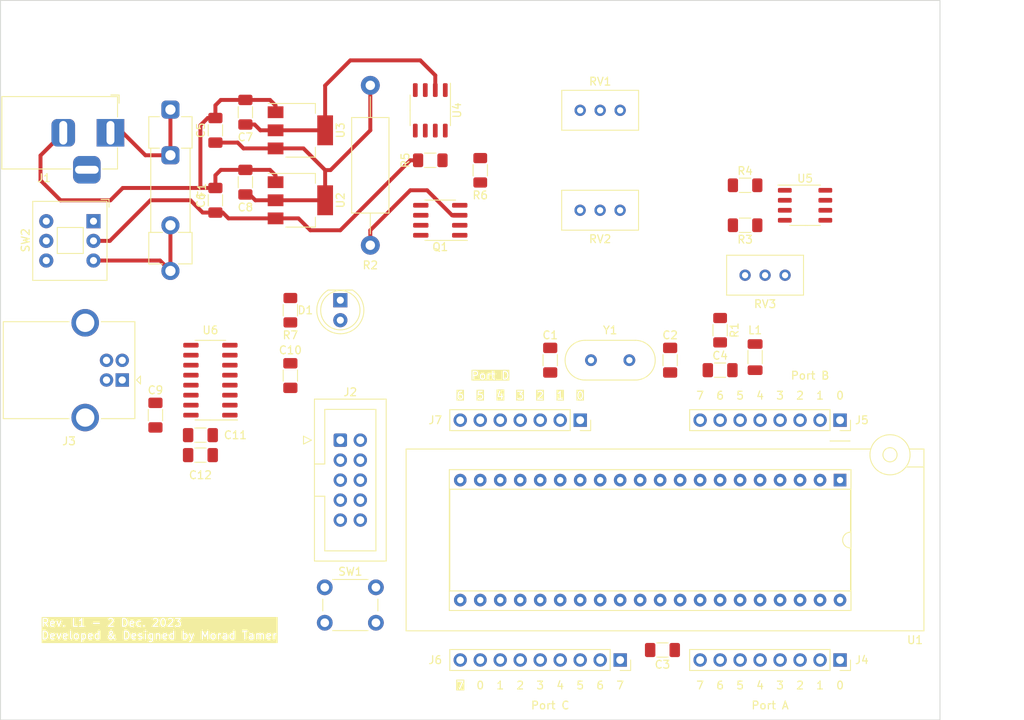
<source format=kicad_pcb>
(kicad_pcb (version 20221018) (generator pcbnew)
  (title_block (title "ATMEGA32A AVR Kit") (date "2023-12-02") (rev "L1") (company "Team Exotic") (comment 1 "Author: Morad Tamer"))
  (layers (0 "F.Cu" signal) (31 "B.Cu" signal) (34 "B.Paste" user) (35 "F.Paste" user) (36 "B.SilkS" user "B.Silkscreen") (37 "F.SilkS" user "F.Silkscreen") (38 "B.Mask" user) (39 "F.Mask" user) (44 "Edge.Cuts" user))
  (net 0 "")
  (net 1 "GND")
  (net 2 "Net-(U1-XTAL1)")
  (net 3 "Net-(U1-XTAL2)")
  (net 4 "Net-(U1-AREF)")
  (net 5 "Net-(U1-AVCC)")
  (net 6 "+5V")
  (net 7 "-V_{In}")
  (net 8 "+V_{In}")
  (net 9 "+3V3")
  (net 10 "+5V_{OCP}")
  (net 11 "Net-(U6-~{DTR})")
  (net 12 "/~{RESET}")
  (net 13 "Net-(U6-V3)")
  (net 14 "VBUS")
  (net 15 "Net-(D1-K)")
  (net 17 "/MOSI")
  (net 19 "/SCK")
  (net 20 "/MISO")
  (net 21 "/USB_D-")
  (net 22 "/USB_D+")
  (net 24 "Net-(Q1A-G)")
  (net 25 "Net-(Q1B-G)")
  (net 26 "Net-(U5A--)")
  (net 27 "Net-(U5B--)")
  (net 28 "Net-(U4B-+)")
  (net 29 "Net-(U4A-+)")
  (net 30 "Net-(U5A-+)")
  (net 31 "Net-(U5B-+)")
  (net 32 "/PB0")
  (net 33 "/PB1")
  (net 34 "/PB2")
  (net 35 "/PB3")
  (net 36 "/~{SS}")
  (net 37 "/RX <--")
  (net 38 "/TX -->")
  (net 39 "/PD2")
  (net 40 "/PD3")
  (net 41 "/PD4")
  (net 42 "/PD5")
  (net 43 "/PD6")
  (net 44 "/PD7")
  (net 45 "/PC0")
  (net 46 "/PC1")
  (net 47 "/TCK")
  (net 48 "/TMS")
  (net 49 "/TDO")
  (net 50 "/TDI")
  (net 51 "/PC6")
  (net 52 "/PC7")
  (net 53 "/PA7")
  (net 54 "/PA6")
  (net 55 "/PA5")
  (net 56 "/PA4")
  (net 57 "/PA3")
  (net 58 "/PA2")
  (net 59 "/PA1")
  (net 60 "/PA0")
  (net 69 "Net-(SW2A-C)")
  (net 71 "Net-(F1-Pad1)")
  (net 72 "Net-(U4B--)")
  (footprint "Resistor_SMD:R_1206_3216Metric_Pad1.30x1.75mm_HandSolder" (layer "F.Cu") (at 183.515 73.025 180)
    (fp_text reference "R3" (at 0 -1.82) (layer "F.SilkS"))
    (fp_text value "10 kΩ")
    (pad "1" smd roundrect (at -1.55 0 180) (size 1.3 1.75) (layers "F.Cu" "F.Paste" "F.Mask") (roundrect_rratio 0.192308) (net 7 "-V_{In}"))
    (pad "2" smd roundrect (at 1.55 0 180) (size 1.3 1.75) (layers "F.Cu" "F.Paste" "F.Mask") (roundrect_rratio 0.192308) (net 26 "Net-(U5A--)"))
  )
  (footprint "Capacitor_SMD:C_1206_3216Metric_Pad1.33x1.80mm_HandSolder" (layer "F.Cu") (at 116.205 60.96 90)
    (fp_text reference "C5" (at 0 -1.85 90) (layer "F.SilkS"))
    (fp_text value "10 µF")
    (pad "1" smd roundrect (at -1.5625 0 90) (size 1.325 1.8) (layers "F.Cu" "F.Paste" "F.Mask") (roundrect_rratio 0.188679) (net 10 "+5V_{OCP}"))
    (pad "2" smd roundrect (at 1.5625 0 90) (size 1.325 1.8) (layers "F.Cu" "F.Paste" "F.Mask") (roundrect_rratio 0.188679) (net 7 "-V_{In}"))
  )
  (footprint "Package_SO:SOIC-16_3.9x9.9mm_P1.27mm" (layer "F.Cu") (at 115.57 92.71 180)
    (fp_text reference "U6" (at 0 6.35) (layer "F.SilkS"))
    (fp_text value "CH340C")
    (pad "1" smd roundrect (at -2.475 -4.445 180) (size 1.95 0.6) (layers "F.Cu" "F.Paste" "F.Mask") (net 1 "GND"))
    (pad "2" smd roundrect (at -2.475 -3.175 180) (size 1.95 0.6) (layers "F.Cu" "F.Paste" "F.Mask") (net 37 "/RX <--"))
    (pad "3" smd roundrect (at -2.475 -1.905 180) (size 1.95 0.6) (layers "F.Cu" "F.Paste" "F.Mask") (net 38 "/TX -->"))
    (pad "4" smd roundrect (at -2.475 -0.635 180) (size 1.95 0.6) (layers "F.Cu" "F.Paste" "F.Mask") (net 13 "Net-(U6-V3)"))
    (pad "5" smd roundrect (at -2.475 0.635 180) (size 1.95 0.6) (layers "F.Cu" "F.Paste" "F.Mask") (net 22 "/USB_D+"))
    (pad "6" smd roundrect (at -2.475 1.905 180) (size 1.95 0.6) (layers "F.Cu" "F.Paste" "F.Mask") (net 21 "/USB_D-"))
    (pad "7" smd roundrect (at -2.475 3.175 180) (size 1.95 0.6) (layers "F.Cu" "F.Paste" "F.Mask"))
    (pad "8" smd roundrect (at -2.475 4.445 180) (size 1.95 0.6) (layers "F.Cu" "F.Paste" "F.Mask"))
    (pad "9" smd roundrect (at 2.475 4.445 180) (size 1.95 0.6) (layers "F.Cu" "F.Paste" "F.Mask"))
    (pad "10" smd roundrect (at 2.475 3.175 180) (size 1.95 0.6) (layers "F.Cu" "F.Paste" "F.Mask"))
    (pad "11" smd roundrect (at 2.475 1.905 180) (size 1.95 0.6) (layers "F.Cu" "F.Paste" "F.Mask"))
    (pad "12" smd roundrect (at 2.475 0.635 180) (size 1.95 0.6) (layers "F.Cu" "F.Paste" "F.Mask"))
    (pad "13" smd roundrect (at 2.475 -0.635 180) (size 1.95 0.6) (layers "F.Cu" "F.Paste" "F.Mask") (net 11 "Net-(U6-~{DTR})"))
    (pad "14" smd roundrect (at 2.475 -1.905 180) (size 1.95 0.6) (layers "F.Cu" "F.Paste" "F.Mask"))
    (pad "15" smd roundrect (at 2.475 -3.175 180) (size 1.95 0.6) (layers "F.Cu" "F.Paste" "F.Mask"))
    (pad "16" smd roundrect (at 2.475 -4.445 180) (size 1.95 0.6) (layers "F.Cu" "F.Paste" "F.Mask") (net 14 "VBUS"))
  )
  (footprint "Resistor_SMD:R_1206_3216Metric_Pad1.30x1.75mm_HandSolder" (layer "F.Cu") (at 180.34 86.36 -90)
    (fp_text reference "R1" (at 0 -1.82 90) (layer "F.SilkS"))
    (fp_text value "10 kΩ")
    (pad "1" smd roundrect (at -1.55 0 270) (size 1.3 1.75) (layers "F.Cu" "F.Paste" "F.Mask") (roundrect_rratio 0.192308) (net 6 "+5V"))
    (pad "2" smd roundrect (at 1.55 0 270) (size 1.3 1.75) (layers "F.Cu" "F.Paste" "F.Mask") (roundrect_rratio 0.192308) (net 12 "/~{RESET}"))
  )
  (footprint "Capacitor_SMD:C_1206_3216Metric_Pad1.33x1.80mm_HandSolder" (layer "F.Cu") (at 120.015 67.55 90)
    (fp_text reference "C8" (at -3.2 0) (layer "F.SilkS"))
    (fp_text value "22 µF")
    (pad "1" smd roundrect (at -1.5625 0 90) (size 1.325 1.8) (layers "F.Cu" "F.Paste" "F.Mask") (roundrect_rratio 0.188679) (net 10 "+5V_{OCP}"))
    (pad "2" smd roundrect (at 1.5625 0 90) (size 1.325 1.8) (layers "F.Cu" "F.Paste" "F.Mask") (roundrect_rratio 0.188679) (net 7 "-V_{In}"))
  )
  (footprint "Inductor_SMD:L_1206_3216Metric_Pad1.22x1.90mm_HandSolder" (layer "F.Cu") (at 184.785 89.7775 90)
    (fp_text reference "L1" (at 3.4175 0 180) (layer "F.SilkS"))
    (fp_text value "10 µH")
    (pad "1" smd roundrect (at -1.6625 0 90) (size 1.225 1.9) (layers "F.Cu" "F.Paste" "F.Mask") (roundrect_rratio 0.204082) (net 5 "Net-(U1-AVCC)"))
    (pad "2" smd roundrect (at 1.6625 0 90) (size 1.225 1.9) (layers "F.Cu" "F.Paste" "F.Mask") (roundrect_rratio 0.204082) (net 6 "+5V"))
  )
  (footprint "Capacitor_SMD:C_1206_3216Metric_Pad1.33x1.80mm_HandSolder" (layer "F.Cu") (at 116.205 69.85 90)
    (fp_text reference "C6" (at 0 -1.85 90) (layer "F.SilkS"))
    (fp_text value "10 µF")
    (pad "1" smd roundrect (at -1.5625 0 90) (size 1.325 1.8) (layers "F.Cu" "F.Paste" "F.Mask") (roundrect_rratio 0.188679) (net 8 "+V_{In}"))
    (pad "2" smd roundrect (at 1.5625 0 90) (size 1.325 1.8) (layers "F.Cu" "F.Paste" "F.Mask") (roundrect_rratio 0.188679) (net 7 "-V_{In}"))
  )
  (footprint "Resistor_SMD:R_1206_3216Metric_Pad1.30x1.75mm_HandSolder" (layer "F.Cu") (at 143.51 64.77 180)
    (fp_text reference "R5" (at 3.175 0 90) (layer "F.SilkS"))
    (fp_text value "6k8 Ω")
    (pad "1" smd roundrect (at -1.55 0 180) (size 1.3 1.75) (layers "F.Cu" "F.Paste" "F.Mask") (roundrect_rratio 0.192308) (net 29 "Net-(U4A-+)"))
    (pad "2" smd roundrect (at 1.55 0 180) (size 1.3 1.75) (layers "F.Cu" "F.Paste" "F.Mask") (roundrect_rratio 0.192308) (net 8 "+V_{In}"))
  )
  (footprint "Package_TO_SOT_SMD:SOT-223-3_TabPin2" (layer "F.Cu") (at 127 60.96)
    (fp_text reference "U3" (at 5.105 0 90) (layer "F.SilkS"))
    (fp_text value "AMS1117-3.3")
    (pad "1" smd rect (at -3.15 -2.3) (size 2 1.5) (layers "F.Cu" "F.Paste" "F.Mask") (net 7 "-V_{In}"))
    (pad "2" smd rect (at -3.15 0) (size 2 1.5) (layers "F.Cu" "F.Paste" "F.Mask") (net 9 "+3V3"))
    (pad "2" smd rect (at 3.15 0) (size 2 3.8) (layers "F.Cu" "F.Paste" "F.Mask") (net 9 "+3V3"))
    (pad "3" smd rect (at -3.15 2.3) (size 2 1.5) (layers "F.Cu" "F.Paste" "F.Mask") (net 10 "+5V_{OCP}"))
  )
  (footprint "Package_SO:SO-8_3.9x4.9mm_P1.27mm" (layer "F.Cu") (at 143.51 58.42 -90)
    (fp_text reference "U4" (at 0 -3.4 90) (layer "F.SilkS"))
    (fp_text value "LM358")
    (pad "1" smd roundrect (at -2.575 -1.905 270) (size 1.75 0.6) (layers "F.Cu" "F.Paste" "F.Mask") (net 25 "Net-(Q1B-G)"))
    (pad "2" smd roundrect (at -2.575 -0.635 270) (size 1.75 0.6) (layers "F.Cu" "F.Paste" "F.Mask") (net 9 "+3V3"))
    (pad "3" smd roundrect (at -2.575 0.635 270) (size 1.75 0.6) (layers "F.Cu" "F.Paste" "F.Mask") (net 29 "Net-(U4A-+)"))
    (pad "4" smd roundrect (at -2.575 1.905 270) (size 1.75 0.6) (layers "F.Cu" "F.Paste" "F.Mask") (net 7 "-V_{In}"))
    (pad "5" smd roundrect (at 2.575 1.905 270) (size 1.75 0.6) (layers "F.Cu" "F.Paste" "F.Mask") (net 28 "Net-(U4B-+)"))
    (pad "6" smd roundrect (at 2.575 0.635 270) (size 1.75 0.6) (layers "F.Cu" "F.Paste" "F.Mask") (net 72 "Net-(U4B--)"))
    (pad "7" smd roundrect (at 2.575 -0.635 270) (size 1.75 0.6) (layers "F.Cu" "F.Paste" "F.Mask") (net 30 "Net-(U5A-+)"))
    (pad "8" smd roundrect (at 2.575 -1.905 270) (size 1.75 0.6) (layers "F.Cu" "F.Paste" "F.Mask") (net 10 "+5V_{OCP}"))
  )
  (footprint "Fuse:Fuseholder_Clip-5x20mm_Littelfuse_520_Inline_P20.50x5.80mm_D1.30mm_Horizontal" (layer "F.Cu") (at 110.49 58.33 -90)
    (fp_text reference "F1" (at 10.25 -4 90) (layer "F.SilkS"))
    (fp_text value "Fuse")
    (pad "1" thru_hole roundrect (at 0 0 270) (size 2.3 2.3) (drill 1.3) (layers "*.Cu" "*.Mask") (net 71 "Net-(F1-Pad1)"))
    (pad "1" thru_hole roundrect (at 5.8 0 270) (size 2.3 2.3) (drill 1.3) (layers "*.Cu" "*.Mask") (net 71 "Net-(F1-Pad1)"))
    (pad "2" thru_hole circle (at 14.7 0 270) (size 2.3 2.3) (drill 1.3) (layers "*.Cu" "*.Mask") (net 69 "Net-(SW2A-C)"))
    (pad "2" thru_hole circle (at 20.5 0 270) (size 2.3 2.3) (drill 1.3) (layers "*.Cu" "*.Mask") (net 69 "Net-(SW2A-C)"))
  )
  (footprint "Package_SO:SO-8_3.9x4.9mm_P1.27mm" (layer "F.Cu") (at 191.135 70.485)
    (fp_text reference "U5" (at 0 -3.4) (layer "F.SilkS"))
    (fp_text value "LM358")
    (pad "1" smd roundrect (at -2.575 -1.905) (size 1.75 0.6) (layers "F.Cu" "F.Paste" "F.Mask") (net 27 "Net-(U5B--)"))
    (pad "2" smd roundrect (at -2.575 -0.635) (size 1.75 0.6) (layers "F.Cu" "F.Paste" "F.Mask") (net 26 "Net-(U5A--)"))
    (pad "3" smd roundrect (at -2.575 0.635) (size 1.75 0.6) (layers "F.Cu" "F.Paste" "F.Mask") (net 30 "Net-(U5A-+)"))
    (pad "4" smd roundrect (at -2.575 1.905) (size 1.75 0.6) (layers "F.Cu" "F.Paste" "F.Mask") (net 7 "-V_{In}"))
    (pad "5" smd roundrect (at 2.575 1.905) (size 1.75 0.6) (layers "F.Cu" "F.Paste" "F.Mask") (net 31 "Net-(U5B-+)"))
    (pad "6" smd roundrect (at 2.575 0.635) (size 1.75 0.6) (layers "F.Cu" "F.Paste" "F.Mask") (net 27 "Net-(U5B--)"))
    (pad "7" smd roundrect (at 2.575 -0.635) (size 1.75 0.6) (layers "F.Cu" "F.Paste" "F.Mask") (net 24 "Net-(Q1A-G)"))
    (pad "8" smd roundrect (at 2.575 -1.905) (size 1.75 0.6) (layers "F.Cu" "F.Paste" "F.Mask") (net 8 "+V_{In}"))
  )
  (footprint "Resistor_SMD:R_1206_3216Metric_Pad1.30x1.75mm_HandSolder" (layer "F.Cu") (at 125.73 83.82 -90)
    (fp_text reference "R7" (at 3.175 0 -180) (layer "F.SilkS"))
    (fp_text value "1 kΩ")
    (pad "1" smd roundrect (at -1.55 0 270) (size 1.3 1.75) (layers "F.Cu" "F.Paste" "F.Mask") (roundrect_rratio 0.192308) (net 15 "Net-(D1-K)"))
    (pad "2" smd roundrect (at 1.55 0 270) (size 1.3 1.75) (layers "F.Cu" "F.Paste" "F.Mask") (roundrect_rratio 0.192308) (net 1 "GND"))
  )
  (footprint "Connector_PinSocket_2.54mm:PinSocket_1x08_P2.54mm_Vertical" (layer "F.Cu") (at 195.58 97.79 -90)
    (fp_text reference "J5" (at 0 -2.77 -180) (layer "F.SilkS"))
    (fp_text value "Conn_01x08_Socket")
    (pad "1" thru_hole rect (at 0 0 270) (size 1.7 1.7) (drill 1) (layers "*.Cu" "*.Mask") (net 32 "/PB0"))
    (pad "2" thru_hole oval (at 0 2.54 270) (size 1.7 1.7) (drill 1) (layers "*.Cu" "*.Mask") (net 33 "/PB1"))
    (pad "3" thru_hole oval (at 0 5.08 270) (size 1.7 1.7) (drill 1) (layers "*.Cu" "*.Mask") (net 34 "/PB2"))
    (pad "4" thru_hole oval (at 0 7.62 270) (size 1.7 1.7) (drill 1) (layers "*.Cu" "*.Mask") (net 35 "/PB3"))
    (pad "5" thru_hole oval (at 0 10.16 270) (size 1.7 1.7) (drill 1) (layers "*.Cu" "*.Mask") (net 36 "/~{SS}"))
    (pad "6" thru_hole oval (at 0 12.7 270) (size 1.7 1.7) (drill 1) (layers "*.Cu" "*.Mask") (net 17 "/MOSI"))
    (pad "7" thru_hole oval (at 0 15.24 270) (size 1.7 1.7) (drill 1) (layers "*.Cu" "*.Mask") (net 20 "/MISO"))
    (pad "8" thru_hole oval (at 0 17.78 270) (size 1.7 1.7) (drill 1) (layers "*.Cu" "*.Mask") (net 19 "/SCK"))
  )
  (footprint "Button_Switch_THT:SW_PUSH_6mm_H4.3mm" (layer "F.Cu") (at 130.1 119.035)
    (fp_text reference "SW1" (at 3.25 -2) (layer "F.SilkS"))
    (fp_text value "SW_Push")
    (pad "1" thru_hole circle (at 0 0 90) (size 2 2) (drill 1.1) (layers "*.Cu" "*.Mask") (net 1 "GND"))
    (pad "1" thru_hole circle (at 6.5 0 90) (size 2 2) (drill 1.1) (layers "*.Cu" "*.Mask") (net 1 "GND"))
    (pad "2" thru_hole circle (at 0 4.5 90) (size 2 2) (drill 1.1) (layers "*.Cu" "*.Mask") (net 12 "/~{RESET}"))
    (pad "2" thru_hole circle (at 6.5 4.5 90) (size 2 2) (drill 1.1) (layers "*.Cu" "*.Mask") (net 12 "/~{RESET}"))
  )
  (footprint "Capacitor_SMD:C_1206_3216Metric_Pad1.33x1.80mm_HandSolder" (layer "F.Cu") (at 120.015 58.66 90)
    (fp_text reference "C7" (at -3.175 0) (layer "F.SilkS"))
    (fp_text value "22 µF")
    (pad "1" smd roundrect (at -1.5625 0 90) (size 1.325 1.8) (layers "F.Cu" "F.Paste" "F.Mask") (roundrect_rratio 0.188679) (net 9 "+3V3"))
    (pad "2" smd roundrect (at 1.5625 0 90) (size 1.325 1.8) (layers "F.Cu" "F.Paste" "F.Mask") (roundrect_rratio 0.188679) (net 7 "-V_{In}"))
  )
  (footprint "Capacitor_SMD:C_1206_3216Metric_Pad1.33x1.80mm_HandSolder" (layer "F.Cu") (at 158.75 90.17 90)
    (fp_text reference "C1" (at 3.175 0 180) (layer "F.SilkS"))
    (fp_text value "22 pF")
    (pad "1" smd roundrect (at -1.5625 0 90) (size 1.325 1.8) (layers "F.Cu" "F.Paste" "F.Mask") (roundrect_rratio 0.188679) (net 1 "GND"))
    (pad "2" smd roundrect (at 1.5625 0 90) (size 1.325 1.8) (layers "F.Cu" "F.Paste" "F.Mask") (roundrect_rratio 0.188679) (net 2 "Net-(U1-XTAL1)"))
  )
  (footprint "Connector_USB:USB_B_OST_USB-B1HSxx_Horizontal" (layer "F.Cu") (at 104.3675 92.69 180)
    (fp_text reference "J3" (at 6.76 -7.77) (layer "F.SilkS"))
    (fp_text value "USB_B")
    (pad "1" thru_hole rect (at 0 0 180) (size 1.7 1.7) (drill 0.92) (layers "*.Cu" "*.Mask") (net 14 "VBUS"))
    (pad "2" thru_hole circle (at 0 2.5 180) (size 1.7 1.7) (drill 0.92) (layers "*.Cu" "*.Mask") (net 21 "/USB_D-"))
    (pad "3" thru_hole circle (at 2 2.5 180) (size 1.7 1.7) (drill 0.92) (layers "*.Cu" "*.Mask") (net 22 "/USB_D+"))
    (pad "4" thru_hole circle (at 2 0 180) (size 1.7 1.7) (drill 0.92) (layers "*.Cu" "*.Mask") (net 1 "GND"))
    (pad "5" thru_hole circle (at 4.71 -4.77 180) (size 3.5 3.5) (drill 2.33) (layers "*.Cu" "*.Mask"))
    (pad "5" thru_hole circle (at 4.71 7.27 180) (size 3.5 3.5) (drill 2.33) (layers "*.Cu" "*.Mask"))
  )
  (footprint "Capacitor_SMD:C_1206_3216Metric_Pad1.33x1.80mm_HandSolder" (layer "F.Cu") (at 108.585 97.155 -90)
    (fp_text reference "C9" (at -3.175 0 -180) (layer "F.SilkS"))
    (fp_text value "100 nF")
    (pad "1" smd roundrect (at -1.5625 0 270) (size 1.325 1.8) (layers "F.Cu" "F.Paste" "F.Mask") (roundrect_rratio 0.188679) (net 11 "Net-(U6-~{DTR})"))
    (pad "2" smd roundrect (at 1.5625 0 270) (size 1.325 1.8) (layers "F.Cu" "F.Paste" "F.Mask") (roundrect_rratio 0.188679) (net 12 "/~{RESET}"))
  )
  (footprint "Potentiometer_THT:Potentiometer_Bourns_3296W_Vertical" (layer "F.Cu") (at 162.55 71.12 180)
    (fp_text reference "RV2" (at -2.54 -3.66) (layer "F.SilkS"))
    (fp_text value "10 kΩ")
    (pad "1" thru_hole circle (at 0 0 180) (size 1.44 1.44) (drill 0.8) (layers "*.Cu" "*.Mask") (net 6 "+5V"))
    (pad "2" thru_hole circle (at -2.54 0 180) (size 1.44 1.44) (drill 0.8) (layers "*.Cu" "*.Mask") (net 72 "Net-(U4B--)"))
    (pad "3" thru_hole circle (at -5.08 0 180) (size 1.44 1.44) (drill 0.8) (layers "*.Cu" "*.Mask") (net 30 "Net-(U5A-+)"))
  )
  (footprint "M's Library:ZIF Socket 40 Circular Pads" (layer "F.Cu") (at 171.45 113.03 -90)
    (fp_text reference "U1" (at 12.7 -33.655 unlocked) (layer "F.SilkS"))
    (fp_text value "ATmega32A-P")
    (pad "1" thru_hole rect (at -7.62 -24.13 270) (size 1.6 1.6) (drill 0.8) (layers "*.Cu" "*.Mask") (net 32 "/PB0"))
    (pad "2" thru_hole oval (at -7.62 -21.59 270) (size 1.6 1.6) (drill 0.8) (layers "*.Cu" "*.Mask") (net 33 "/PB1"))
    (pad "3" thru_hole oval (at -7.62 -19.05 270) (size 1.6 1.6) (drill 0.8) (layers "*.Cu" "*.Mask") (net 34 "/PB2"))
    (pad "4" thru_hole oval (at -7.62 -16.51 270) (size 1.6 1.6) (drill 0.8) (layers "*.Cu" "*.Mask") (net 35 "/PB3"))
    (pad "5" thru_hole oval (at -7.62 -13.97 270) (size 1.6 1.6) (drill 0.8) (layers "*.Cu" "*.Mask") (net 36 "/~{SS}"))
    (pad "6" thru_hole oval (at -7.62 -11.43 270) (size 1.6 1.6) (drill 0.8) (layers "*.Cu" "*.Mask") (net 17 "/MOSI"))
    (pad "7" thru_hole oval (at -7.62 -8.89 270) (size 1.6 1.6) (drill 0.8) (layers "*.Cu" "*.Mask") (net 20 "/MISO"))
    (pad "8" thru_hole oval (at -7.62 -6.35 270) (size 1.6 1.6) (drill 0.8) (layers "*.Cu" "*.Mask") (net 19 "/SCK"))
    (pad "9" thru_hole oval (at -7.62 -3.81 270) (size 1.6 1.6) (drill 0.8) (layers "*.Cu" "*.Mask") (net 12 "/~{RESET}"))
    (pad "10" thru_hole oval (at -7.62 -1.27 270) (size 1.6 1.6) (drill 0.8) (layers "*.Cu" "*.Mask") (net 6 "+5V"))
    (pad "11" thru_hole oval (at -7.62 1.27 270) (size 1.6 1.6) (drill 0.8) (layers "*.Cu" "*.Mask") (net 1 "GND"))
    (pad "12" thru_hole oval (at -7.62 3.81 270) (size 1.6 1.6) (drill 0.8) (layers "*.Cu" "*.Mask") (net 3 "Net-(U1-XTAL2)"))
    (pad "13" thru_hole oval (at -7.62 6.35 270) (size 1.6 1.6) (drill 0.8) (layers "*.Cu" "*.Mask") (net 2 "Net-(U1-XTAL1)"))
    (pad "14" thru_hole oval (at -7.62 8.89 270) (size 1.6 1.6) (drill 0.8) (layers "*.Cu" "*.Mask") (net 37 "/RX <--"))
    (pad "15" thru_hole oval (at -7.62 11.43 270) (size 1.6 1.6) (drill 0.8) (layers "*.Cu" "*.Mask") (net 38 "/TX -->"))
    (pad "16" thru_hole oval (at -7.62 13.97 270) (size 1.6 1.6) (drill 0.8) (layers "*.Cu" "*.Mask") (net 39 "/PD2"))
    (pad "17" thru_hole oval (at -7.62 16.51 270) (size 1.6 1.6) (drill 0.8) (layers "*.Cu" "*.Mask") (net 40 "/PD3"))
    (pad "18" thru_hole oval (at -7.62 19.05 270) (size 1.6 1.6) (drill 0.8) (layers "*.Cu" "*.Mask") (net 41 "/PD4"))
    (pad "19" thru_hole oval (at -7.62 21.59 270) (size 1.6 1.6) (drill 0.8) (layers "*.Cu" "*.Mask") (net 42 "/PD5"))
    (pad "20" thru_hole oval (at -7.62 24.13 270) (size 1.6 1.6) (drill 0.8) (layers "*.Cu" "*.Mask") (net 43 "/PD6"))
    (pad "21" thru_hole oval (at 7.62 24.13 270) (size 1.6 1.6) (drill 0.8) (layers "*.Cu" "*.Mask") (net 44 "/PD7"))
    (pad "22" thru_hole oval (at 7.62 21.59 270) (size 1.6 1.6) (drill 0.8) (layers "*.Cu" "*.Mask") (net 45 "/PC0"))
    (pad "23" thru_hole oval (at 7.62 19.05 270) (size 1.6 1.6) (drill 0.8) (layers "*.Cu" "*.Mask") (net 46 "/PC1"))
    (pad "24" thru_hole oval (at 7.62 16.51 270) (size 1.6 1.6) (drill 0.8) (layers "*.Cu" "*.Mask") (net 47 "/TCK"))
    (pad "25" thru_hole oval (at 7.62 13.97 270) (size 1.6 1.6) (drill 0.8) (layers "*.Cu" "*.Mask") (net 48 "/TMS"))
    (pad "26" thru_hole oval (at 7.62 11.43 270) (size 1.6 1.6) (drill 0.8) (layers "*.Cu" "*.Mask") (net 49 "/TDO"))
    (pad "27" thru_hole oval (at 7.62 8.89 270) (size 1.6 1.6) (drill 0.8) (layers "*.Cu" "*.Mask") (net 50 "/TDI"))
    (pad "28" thru_hole oval (at 7.62 6.35 270) (size 1.6 1.6) (drill 0.8) (layers "*.Cu" "*.Mask") (net 51 "/PC6"))
    (pad "29" thru_hole oval (at 7.62 3.81 270) (size 1.6 1.6) (drill 0.8) (layers "*.Cu" "*.Mask") (net 52 "/PC7"))
    (pad "30" thru_hole oval (at 7.62 1.27 270) (size 1.6 1.6) (drill 0.8) (layers "*.Cu" "*.Mask") (net 5 "Net-(U1-AVCC)"))
    (pad "31" thru_hole oval (at 7.62 -1.27 270) (size 1.6 1.6) (drill 0.8) (layers "*.Cu" "*.Mask") (net 1 "GND"))
    (pad "32" thru_hole oval (at 7.62 -3.81 270) (size 1.6 1.6) (drill 0.8) (layers "*.Cu" "*.Mask") (net 4 "Net-(U1-AREF)"))
    (pad "33" thru_hole oval (at 7.62 -6.35 270) (size 1.6 1.6) (drill 0.8) (layers "*.Cu" "*.Mask") (net 53 "/PA7"))
    (pad "34" thru_hole oval (at 7.62 -8.89 270) (size 1.6 1.6) (drill 0.8) (layers "*.Cu" "*.Mask") (net 54 "/PA6"))
    (pad "35" thru_hole oval (at 7.62 -11.43 270) (size 1.6 1.6) (drill 0.8) (layers "*.Cu" "*.Mask") (net 55 "/PA5"))
    (pad "36" thru_hole oval (at 7.62 -13.97 270) (size 1.6 1.6) (drill 0.8) (layers "*.Cu" "*.Mask") (net 56 "/PA4"))
    (pad "37" thru_hole oval (at 7.62 -16.51 270) (size 1.6 1.6) (drill 0.8) (layers "*.Cu" "*.Mask") (net 57 "/PA3"))
    (pad "38" thru_hole oval (at 7.62 -19.05 270) (size 1.6 1.6) (drill 0.8) (layers "*.Cu" "*.Mask") (net 58 "/PA2"))
    (pad "39" thru_hole oval (at 7.62 -21.59 270) (size 1.6 1.6) (drill 0.8) (layers "*.Cu" "*.Mask") (net 59 "/PA1"))
    (pad "40" thru_hole oval (at 7.62 -24.13 270) (size 1.6 1.6) (drill 0.8) (layers "*.Cu" "*.Mask") (net 60 "/PA0"))
  )
  (footprint "Resistor_THT:R_Axial_DIN0414_L11.9mm_D4.5mm_P20.32mm_Horizontal" (layer "F.Cu") (at 135.89 55.245 -90)
    (fp_text reference "R2" (at 22.86 0 -180) (layer "F.SilkS"))
    (fp_text value "100 mΩ")
    (pad "1" thru_hole circle (at 0 0 270) (size 2.4 2.4) (drill 1.2) (layers "*.Cu" "*.Mask") (net 10 "+5V_{OCP}"))
    (pad "2" thru_hole oval (at 20.32 0 270) (size 2.4 2.4) (drill 1.2) (layers "*.Cu" "*.Mask") (net 6 "+5V"))
  )
  (footprint "Connector_PinSocket_2.54mm:PinSocket_1x08_P2.54mm_Vertical" (layer "F.Cu") (at 195.58 128.27 -90)
    (fp_text reference "J4" (at 0 -2.77 -180) (layer "F.SilkS"))
    (fp_text value "Conn_01x08_Socket")
    (pad "1" thru_hole rect (at 0 0 270) (size 1.7 1.7) (drill 1) (layers "*.Cu" "*.Mask") (net 60 "/PA0"))
    (pad "2" thru_hole oval (at 0 2.54 270) (size 1.7 1.7) (drill 1) (layers "*.Cu" "*.Mask") (net 59 "/PA1"))
    (pad "3" thru_hole oval (at 0 5.08 270) (size 1.7 1.7) (drill 1) (layers "*.Cu" "*.Mask") (net 58 "/PA2"))
    (pad "4" thru_hole oval (at 0 7.62 270) (size 1.7 1.7) (drill 1) (layers "*.Cu" "*.Mask") (net 57 "/PA3"))
    (pad "5" thru_hole oval (at 0 10.16 270) (size 1.7 1.7) (drill 1) (layers "*.Cu" "*.Mask") (net 56 "/PA4"))
    (pad "6" thru_hole oval (at 0 12.7 270) (size 1.7 1.7) (drill 1) (layers "*.Cu" "*.Mask") (net 55 "/PA5"))
    (pad "7" thru_hole oval (at 0 15.24 270) (size 1.7 1.7) (drill 1) (layers "*.Cu" "*.Mask") (net 54 "/PA6"))
    (pad "8" thru_hole oval (at 0 17.78 270) (size 1.7 1.7) (drill 1) (layers "*.Cu" "*.Mask") (net 53 "/PA7"))
  )
  (footprint "Connector_PinSocket_2.54mm:PinSocket_1x07_P2.54mm_Vertical" (layer "F.Cu") (at 162.56 97.79 -90)
    (fp_text reference "J7" (at 0 18.415 -180) (layer "F.SilkS"))
    (fp_text value "Conn_01x07_Socket")
    (pad "1" thru_hole rect (at 0 0 270) (size 1.7 1.7) (drill 1) (layers "*.Cu" "*.Mask") (net 37 "/RX <--"))
    (pad "2" thru_hole oval (at 0 2.54 270) (size 1.7 1.7) (drill 1) (layers "*.Cu" "*.Mask") (net 38 "/TX -->"))
    (pad "3" thru_hole oval (at 0 5.08 270) (size 1.7 1.7) (drill 1) (layers "*.Cu" "*.Mask") (net 39 "/PD2"))
    (pad "4" thru_hole oval (at 0 7.62 270) (size 1.7 1.7) (drill 1) (layers "*.Cu" "*.Mask") (net 40 "/PD3"))
    (pad "5" thru_hole oval (at 0 10.16 270) (size 1.7 1.7) (drill 1) (layers "*.Cu" "*.Mask") (net 41 "/PD4"))
    (pad "6" thru_hole oval (at 0 12.7 270) (size 1.7 1.7) (drill 1) (layers "*.Cu" "*.Mask") (net 42 "/PD5"))
    (pad "7" thru_hole oval (at 0 15.24 270) (size 1.7 1.7) (drill 1) (layers "*.Cu" "*.Mask") (net 43 "/PD6"))
  )
  (footprint "Capacitor_SMD:C_1206_3216Metric_Pad1.33x1.80mm_HandSolder" (layer "F.Cu") (at 173.99 90.17 -90)
    (fp_text reference "C2" (at -3.175 0 -180) (layer "F.SilkS"))
    (fp_text value "22 pF")
    (pad "1" smd roundrect (at -1.5625 0 270) (size 1.325 1.8) (layers "F.Cu" "F.Paste" "F.Mask") (roundrect_rratio 0.188679) (net 3 "Net-(U1-XTAL2)"))
    (pad "2" smd roundrect (at 1.5625 0 270) (size 1.325 1.8) (layers "F.Cu" "F.Paste" "F.Mask") (roundrect_rratio 0.188679) (net 1 "GND"))
  )
  (footprint "Package_TO_SOT_SMD:SOT-223-3_TabPin2" (layer "F.Cu") (at 127 69.85)
    (fp_text reference "U2" (at 5.105 0 90) (layer "F.SilkS"))
    (fp_text value "AMS1117-5.0")
    (pad "1" smd rect (at -3.15 -2.3) (size 2 1.5) (layers "F.Cu" "F.Paste" "F.Mask") (net 7 "-V_{In}"))
    (pad "2" smd rect (at -3.15 0) (size 2 1.5) (layers "F.Cu" "F.Paste" "F.Mask") (net 10 "+5V_{OCP}"))
    (pad "2" smd rect (at 3.15 0) (size 2 3.8) (layers "F.Cu" "F.Paste" "F.Mask") (net 10 "+5V_{OCP}"))
    (pad "3" smd rect (at -3.15 2.3) (size 2 1.5) (layers "F.Cu" "F.Paste" "F.Mask") (net 8 "+V_{In}"))
  )
  (footprint "Capacitor_SMD:C_1206_3216Metric_Pad1.33x1.80mm_HandSolder" (layer "F.Cu") (at 125.73 92.125 -90)
    (fp_text reference "C10" (at -3.225 0 -180) (layer "F.SilkS"))
    (fp_text value "100 nF")
    (pad "1" smd roundrect (at -1.5625 0 270) (size 1.325 1.8) (layers "F.Cu" "F.Paste" "F.Mask") (roundrect_rratio 0.188679) (net 1 "GND"))
    (pad "2" smd roundrect (at 1.5625 0 270) (size 1.325 1.8) (layers "F.Cu" "F.Paste" "F.Mask") (roundrect_rratio 0.188679) (net 13 "Net-(U6-V3)"))
  )
  (footprint "Package_SO:SOIC-8_3.9x4.9mm_P1.27mm" (layer "F.Cu") (at 144.78 72.39 180)
    (fp_text reference "Q1" (at 0 -3.4) (layer "F.SilkS"))
    (fp_text value "IRF7309IPBF")
    (pad "1" smd roundrect (at -2.475 -1.905 180) (size 1.95 0.6) (layers "F.Cu" "F.Paste" "F.Mask") (net 7 "-V_{In}"))
    (pad "2" smd roundrect (at -2.475 -0.635 180) (size 1.95 0.6) (layers "F.Cu" "F.Paste" "F.Mask") (net 24 "Net-(Q1A-G)"))
    (pad "3" smd roundrect (at -2.475 0.635 180) (size 1.95 0.6) (layers "F.Cu" "F.Paste" "F.Mask") (net 6 "+5V"))
    (pad "4" smd roundrect (at -2.475 1.905 180) (size 1.95 0.6) (layers "F.Cu" "F.Paste" "F.Mask") (net 25 "Net-(Q1B-G)"))
    (pad "5" smd roundrect (at 2.475 1.905 180) (size 1.95 0.6) (layers "F.Cu" "F.Paste" "F.Mask") (net 14 "VBUS"))
    (pad "6" smd roundrect (at 2.475 0.635 180) (size 1.95 0.6) (layers "F.Cu" "F.Paste" "F.Mask") (net 14 "VBUS"))
    (pad "7" smd roundrect (at 2.475 -0.635 180) (size 1.95 0.6) (layers "F.Cu" "F.Paste" "F.Mask") (net 1 "GND"))
    (pad "8" smd roundrect (at 2.475 -1.905 180) (size 1.95 0.6) (layers "F.Cu" "F.Paste" "F.Mask") (net 1 "GND"))
  )
  (footprint "Potentiometer_THT:Potentiometer_Bourns_3296W_Vertical" (layer "F.Cu") (at 183.515 79.375 180)
    (fp_text reference "RV3" (at -2.54 -3.66) (layer "F.SilkS"))
    (fp_text value "10 kΩ")
    (pad "1" thru_hole circle (at 0 0 180) (size 1.44 1.44) (drill 0.8) (layers "*.Cu" "*.Mask") (net 10 "+5V_{OCP}"))
    (pad "2" thru_hole circle (at -2.54 0 180) (size 1.44 1.44) (drill 0.8) (layers "*.Cu" "*.Mask") (net 31 "Net-(U5B-+)"))
    (pad "3" thru_hole circle (at -5.08 0 180) (size 1.44 1.44) (drill 0.8) (layers "*.Cu" "*.Mask") (net 7 "-V_{In}"))
  )
  (footprint "Resistor_SMD:R_1206_3216Metric_Pad1.30x1.75mm_HandSolder" (layer "F.Cu") (at 183.515 67.945)
    (fp_text reference "R4" (at 0 -1.82) (layer "F.SilkS"))
    (fp_text value "330 kΩ")
    (pad "1" smd roundrect (at -1.55 0) (size 1.3 1.75) (layers "F.Cu" "F.Paste" "F.Mask") (roundrect_rratio 0.192308) (net 26 "Net-(U5A--)"))
    (pad "2" smd roundrect (at 1.55 0) (size 1.3 1.75) (layers "F.Cu" "F.Paste" "F.Mask") (roundrect_rratio 0.192308) (net 27 "Net-(U5B--)"))
  )
  (footprint "Crystal:Crystal_HC49-4H_Vertical" (layer "F.Cu") (at 168.81 90.17 180)
    (fp_text reference "Y1" (at 2.44 3.81) (layer "F.SilkS"))
    (fp_text value "16 MHz")
    (pad "1" thru_hole circle (at 0 0 180) (size 1.5 1.5) (drill 0.8) (layers "*.Cu" "*.Mask") (net 3 "Net-(U1-XTAL2)"))
    (pad "2" thru_hole circle (at 4.88 0 180) (size 1.5 1.5) (drill 0.8) (layers "*.Cu" "*.Mask") (net 2 "Net-(U1-XTAL1)"))
  )
  (footprint "Connector_IDC:IDC-Header_2x05_P2.54mm_Vertical" (layer "F.Cu") (at 132.08 100.33)
    (fp_text reference "J2" (at 1.27 -6.1) (layer "F.SilkS"))
    (fp_text value "AVR-ISP-10")
    (pad "1" thru_hole roundrect (at 0 0) (size 1.7 1.7) (drill 1) (layers "*.Cu" "*.Mask") (roundrect_rratio 0.147059) (net 17 "/MOSI"))
    (pad "2" thru_hole circle (at 2.54 0) (size 1.7 1.7) (drill 1) (layers "*.Cu" "*.Mask") (net 6 "+5V"))
    (pad "3" thru_hole circle (at 0 2.54) (size 1.7 1.7) (drill 1) (layers "*.Cu" "*.Mask"))
    (pad "4" thru_hole circle (at 2.54 2.54) (size 1.7 1.7) (drill 1) (layers "*.Cu" "*.Mask") (net 1 "GND"))
    (pad "5" thru_hole circle (at 0 5.08) (size 1.7 1.7) (drill 1) (layers "*.Cu" "*.Mask") (net 12 "/~{RESET}"))
    (pad "6" thru_hole circle (at 2.54 5.08) (size 1.7 1.7) (drill 1) (layers "*.Cu" "*.Mask") (net 1 "GND"))
    (pad "7" thru_hole circle (at 0 7.62) (size 1.7 1.7) (drill 1) (layers "*.Cu" "*.Mask") (net 19 "/SCK"))
    (pad "8" thru_hole circle (at 2.54 7.62) (size 1.7 1.7) (drill 1) (layers "*.Cu" "*.Mask") (net 1 "GND"))
    (pad "9" thru_hole circle (at 0 10.16) (size 1.7 1.7) (drill 1) (layers "*.Cu" "*.Mask") (net 20 "/MISO"))
    (pad "10" thru_hole circle (at 2.54 10.16) (size 1.7 1.7) (drill 1) (layers "*.Cu" "*.Mask") (net 1 "GND"))
  )
  (footprint "Capacitor_SMD:C_1206_3216Metric_Pad1.33x1.80mm_HandSolder" (layer "F.Cu") (at 114.3 102.235)
    (fp_text reference "C12" (at 0 2.54) (layer "F.SilkS"))
    (fp_text value "10 µF")
    (pad "1" smd roundrect (at -1.5625 0) (size 1.325 1.8) (layers "F.Cu" "F.Paste" "F.Mask") (roundrect_rratio 0.188679) (net 14 "VBUS"))
    (pad "2" smd roundrect (at 1.5625 0) (size 1.325 1.8) (layers "F.Cu" "F.Paste" "F.Mask") (roundrect_rratio 0.188679) (net 1 "GND"))
  )
  (footprint "Button_Switch_THT:SW_Push_2P2T_Toggle_CK_PVA2xxH1xxxxxxV2" (layer "F.Cu") (at 100.7125 72.5075 -90)
    (fp_text reference "SW2" (at 2.4225 8.6375 90) (layer "F.SilkS"))
    (fp_text value "SW_SPST")
    (pad "1" thru_hole rect (at 0 0 270) (size 1.8 1.8) (drill 0.9) (layers "*.Cu" "*.Mask"))
    (pad "2" thru_hole circle (at 2.5 0 270) (size 1.8 1.8) (drill 0.9) (layers "*.Cu" "*.Mask") (net 8 "+V_{In}"))
    (pad "3" thru_hole circle (at 5 0 270) (size 1.8 1.8) (drill 0.9) (layers "*.Cu" "*.Mask") (net 69 "Net-(SW2A-C)"))
    (pad "4" thru_hole circle (at 0 6 270) (size 1.8 1.8) (drill 0.9) (layers "*.Cu" "*.Mask"))
    (pad "5" thru_hole circle (at 2.5 6 270) (size 1.8 1.8) (drill 0.9) (layers "*.Cu" "*.Mask"))
    (pad "6" thru_hole circle (at 5 6 270) (size 1.8 1.8) (drill 0.9) (layers "*.Cu" "*.Mask"))
  )
  (footprint "Potentiometer_THT:Potentiometer_Bourns_3296W_Vertical" (layer "F.Cu") (at 162.56 58.42 180)
    (fp_text reference "RV1" (at -2.54 3.66) (layer "F.SilkS"))
    (fp_text value "10 kΩ")
    (pad "1" thru_hole circle (at 0 0 180) (size 1.44 1.44) (drill 0.8) (layers "*.Cu" "*.Mask") (net 10 "+5V_{OCP}"))
    (pad "2" thru_hole circle (at -2.54 0 180) (size 1.44 1.44) (drill 0.8) (layers "*.Cu" "*.Mask") (net 28 "Net-(U4B-+)"))
    (pad "3" thru_hole circle (at -5.08 0 180) (size 1.44 1.44) (drill 0.8) (layers "*.Cu" "*.Mask") (net 7 "-V_{In}"))
  )
  (footprint "Capacitor_SMD:C_1206_3216Metric_Pad1.33x1.80mm_HandSolder" (layer "F.Cu") (at 114.3 99.695 180)
    (fp_text reference "C11" (at -4.445 0) (layer "F.SilkS"))
    (fp_text value "100 nF")
    (pad "1" smd roundrect (at -1.5625 0 180) (size 1.325 1.8) (layers "F.Cu" "F.Paste" "F.Mask") (roundrect_rratio 0.188679) (net 1 "GND"))
    (pad "2" smd roundrect (at 1.5625 0 180) (size 1.325 1.8) (layers "F.Cu" "F.Paste" "F.Mask") (roundrect_rratio 0.188679) (net 14 "VBUS"))
  )
  (footprint "Capacitor_SMD:C_1206_3216Metric_Pad1.33x1.80mm_HandSolder" (layer "F.Cu") (at 180.34 91.44)
    (fp_text reference "C4" (at 0 -1.85) (layer "F.SilkS"))
    (fp_text value "100 nF")
    (pad "1" smd roundrect (at -1.5625 0) (size 1.325 1.8) (layers "F.Cu" "F.Paste" "F.Mask") (roundrect_rratio 0.188679) (net 1 "GND"))
    (pad "2" smd roundrect (at 1.5625 0) (size 1.325 1.8) (layers "F.Cu" "F.Paste" "F.Mask") (roundrect_rratio 0.188679) (net 5 "Net-(U1-AVCC)"))
  )
  (footprint "LED_THT:LED_D5.0mm_Clear" (layer "F.Cu") (at 132.08 82.55 -90)
    (fp_text reference "D1" (at 1.27 4.445 -180) (layer "F.SilkS"))
    (fp_text value "LED")
    (pad "1" thru_hole rect (at 0 0 270) (size 1.8 1.8) (drill 0.9) (layers "*.Cu" "*.Mask") (net 15 "Net-(D1-K)"))
    (pad "2" thru_hole circle (at 2.54 0 270) (size 1.8 1.8) (drill 0.9) (layers "*.Cu" "*.Mask") (net 14 "VBUS"))
  )
  (footprint "Resistor_SMD:R_1206_3216Metric_Pad1.30x1.75mm_HandSolder" (layer "F.Cu") (at 149.86 66.04 90)
    (fp_text reference "R6" (at -3.175 0) (layer "F.SilkS"))
    (fp_text value "10 kΩ")
    (pad "1" smd roundrect (at -1.55 0 90) (size 1.3 1.75) (layers "F.Cu" "F.Paste" "F.Mask") (roundrect_rratio 0.192308) (net 7 "-V_{In}"))
    (pad "2" smd roundrect (at 1.55 0 90) (size 1.3 1.75) (layers "F.Cu" "F.Paste" "F.Mask") (roundrect_rratio 0.192308) (net 29 "Net-(U4A-+)"))
  )
  (footprint "Capacitor_SMD:C_1206_3216Metric_Pad1.33x1.80mm_HandSolder" (layer "F.Cu") (at 173.0125 127 180)
    (fp_text reference "C3" (at 0 -1.85) (layer "F.SilkS"))
    (fp_text value "100 nF")
    (pad "1" smd roundrect (at -1.5625 0 180) (size 1.325 1.8) (layers "F.Cu" "F.Paste" "F.Mask") (roundrect_rratio 0.188679) (net 4 "Net-(U1-AREF)"))
    (pad "2" smd roundrect (at 1.5625 0 180) (size 1.325 1.8) (layers "F.Cu" "F.Paste" "F.Mask") (roundrect_rratio 0.188679) (net 1 "GND"))
  )
  (footprint "Connector_PinSocket_2.54mm:PinSocket_1x09_P2.54mm_Vertical" (layer "F.Cu") (at 167.64 128.27 -90)
    (fp_text reference "J6" (at 0 23.495 -180) (layer "F.SilkS"))
    (fp_text value "Conn_01x09_Socket")
    (pad "1" thru_hole rect (at 0 0 270) (size 1.7 1.7) (drill 1) (layers "*.Cu" "*.Mask") (net 52 "/PC7"))
    (pad "2" thru_hole oval (at 0 2.54 270) (size 1.7 1.7) (drill 1) (layers "*.Cu" "*.Mask") (net 51 "/PC6"))
    (pad "3" thru_hole oval (at 0 5.08 270) (size 1.7 1.7) (drill 1) (layers "*.Cu" "*.Mask") (net 50 "/TDI"))
    (pad "4" thru_hole oval (at 0 7.62 270) (size 1.7 1.7) (drill 1) (layers "*.Cu" "*.Mask") (net 49 "/TDO"))
    (pad "5" thru_hole oval (at 0 10.16 270) (size 1.7 1.7) (drill 1) (layers "*.Cu" "*.Mask") (net 48 "/TMS"))
    (pad "6" thru_hole oval (at 0 12.7 270) (size 1.7 1.7) (drill 1) (layers "*.Cu" "*.Mask") (net 47 "/TCK"))
    (pad "7" thru_hole oval (at 0 15.24 270) (size 1.7 1.7) (drill 1) (layers "*.Cu" "*.Mask") (net 46 "/PC1"))
    (pad "8" thru_hole oval (at 0 17.78 270) (size 1.7 1.7) (drill 1) (layers "*.Cu" "*.Mask") (net 45 "/PC0"))
    (pad "9" thru_hole oval (at 0 20.32 270) (size 1.7 1.7) (drill 1) (layers "*.Cu" "*.Mask") (net 44 "/PD7"))
  )
  (footprint "Connector_BarrelJack:BarrelJack_Horizontal" (layer "F.Cu") (at 102.87 61.2725)
    (fp_text reference "J1" (at -8.45 5.75) (layer "F.SilkS"))
    (fp_text value "Barrel_Jack_Switch")
    (pad "1" thru_hole rect (at 0 0) (size 3.5 3.5) (drill oval 1 3) (layers "*.Cu" "*.Mask") (net 71 "Net-(F1-Pad1)"))
    (pad "2" thru_hole roundrect (at -6 0) (size 3 3.5) (drill oval 1 3) (layers "*.Cu" "*.Mask") (net 7 "-V_{In}"))
    (pad "3" thru_hole roundrect (at -3 4.7) (size 3.5 3.5) (drill oval 3 1) (layers "*.Cu" "*.Mask"))
  )
  (gr_rect (start 88.9 44.45) (end 208.28 135.89) (stroke (width 0.1)) (fill none) (layer "Edge.Cuts"))
  (gr_text "6" (at 147.32 95.25) (layer "F.SilkS" knockout) (effects (font (size 1 1)) (justify bottom)))
  (gr_text "0" (at 195.58 132.08) (layer "F.SilkS") (effects (font (size 1 1)) (justify bottom)))
  (gr_text "7" (at 167.64 132.08) (layer "F.SilkS") (effects (font (size 1 1)) (justify bottom)))
  (gr_text "0" (at 149.86 132.08) (layer "F.SilkS") (effects (font (size 1 1)) (justify bottom)))
  (gr_text "Port B" (at 191.77 92.71) (layer "F.SilkS") (effects (font (size 1 1)) (justify bottom)))
  (gr_text "3" (at 157.48 132.08) (layer "F.SilkS") (effects (font (size 1 1)) (justify bottom)))
  (gr_text "3" (at 187.96 132.08) (layer "F.SilkS") (effects (font (size 1 1)) (justify bottom)))
  (gr_text "7" (at 147.32 132.08) (layer "F.SilkS" knockout) (effects (font (size 1 1)) (justify bottom)))
  (gr_text "1" (at 193.04 95.25) (layer "F.SilkS") (effects (font (size 1 1)) (justify bottom)))
  (gr_text "6" (at 165.1 132.08) (layer "F.SilkS") (effects (font (size 1 1)) (justify bottom)))
  (gr_text "2" (at 190.5 95.25) (layer "F.SilkS") (effects (font (size 1 1)) (justify bottom)))
  (gr_text "5" (at 182.88 95.25) (layer "F.SilkS") (effects (font (size 1 1)) (justify bottom)))
  (gr_text "2" (at 157.48 95.25) (layer "F.SilkS" knockout) (effects (font (size 1 1)) (justify bottom)))
  (gr_text "4" (at 160.02 132.08) (layer "F.SilkS") (effects (font (size 1 1)) (justify bottom)))
  (gr_text "6" (at 180.34 95.25) (layer "F.SilkS") (effects (font (size 1 1)) (justify bottom)))
  (gr_text "4" (at 185.42 132.08) (layer "F.SilkS") (effects (font (size 1 1)) (justify bottom)))
  (gr_text "Rev. L1 - 2 Dec. 2023\nDeveloped & Designed by Morad Tamer" (at 93.98 125.73) (layer "F.SilkS" knockout) (effects (font (size 1 1)) (justify left bottom)))
  (gr_text "5" (at 149.86 95.25) (layer "F.SilkS" knockout) (effects (font (size 1 1)) (justify bottom)))
  (gr_text "1" (at 152.4 132.08) (layer "F.SilkS") (effects (font (size 1 1)) (justify bottom)))
  (gr_text "0" (at 162.56 95.25) (layer "F.SilkS" knockout) (effects (font (size 1 1)) (justify bottom)))
  (gr_text "Port C" (at 158.75 134.62) (layer "F.SilkS") (effects (font (size 1 1)) (justify bottom)))
  (gr_text "2" (at 190.5 132.08) (layer "F.SilkS") (effects (font (size 1 1)) (justify bottom)))
  (gr_text "0" (at 195.58 95.25) (layer "F.SilkS") (effects (font (size 1 1)) (justify bottom)))
  (gr_text "2" (at 154.94 132.08) (layer "F.SilkS") (effects (font (size 1 1)) (justify bottom)))
  (gr_text "5" (at 182.88 132.08) (layer "F.SilkS") (effects (font (size 1 1)) (justify bottom)))
  (gr_text "7" (at 177.8 132.08) (layer "F.SilkS") (effects (font (size 1 1)) (justify bottom)))
  (gr_text "4" (at 152.4 95.25) (layer "F.SilkS" knockout) (effects (font (size 1 1)) (justify bottom)))
  (gr_text "3" (at 154.94 95.25) (layer "F.SilkS" knockout) (effects (font (size 1 1)) (justify bottom)))
  (gr_text "Port D" (at 151.13 92.71) (layer "F.SilkS" knockout) (effects (font (size 1 1)) (justify bottom)))
  (gr_text "3" (at 187.96 95.25) (layer "F.SilkS") (effects (font (size 1 1)) (justify bottom)))
  (gr_text "1" (at 193.04 132.08) (layer "F.SilkS") (effects (font (size 1 1)) (justify bottom)))
  (gr_text "4" (at 185.42 95.25) (layer "F.SilkS") (effects (font (size 1 1)) (justify bottom)))
  (gr_text "5" (at 162.56 132.08) (layer "F.SilkS") (effects (font (size 1 1)) (justify bottom)))
  (gr_text "6" (at 180.34 132.08) (layer "F.SilkS") (effects (font (size 1 1)) (justify bottom)))
  (gr_text "7" (at 177.8 95.25) (layer "F.SilkS") (effects (font (size 1 1)) (justify bottom)))
  (gr_text "Port A" (at 186.69 134.62) (layer "F.SilkS") (effects (font (size 1 1)) (justify bottom)))
  (gr_text "1" (at 160.02 95.25) (layer "F.SilkS" knockout) (effects (font (size 1 1)) (justify bottom)))
  (segment (start 135.89 73.66) (end 135.89 75.565) (width 0.5) (layer "F.Cu") (net 6))
  (segment (start 140.97 68.58) (end 135.89 73.66) (width 0.5) (layer "F.Cu") (net 6))
  (segment (start 143.105001 68.58) (end 140.97 68.58) (width 0.5) (layer "F.Cu") (net 6))
  (segment (start 146.280001 71.755) (end 143.105001 68.58) (width 0.5) (layer "F.Cu") (net 6))
  (segment (start 147.255 71.755) (end 146.280001 71.755) (width 0.5) (layer "F.Cu") (net 6))
  (segment (start 120.015 57.0975) (end 123.1375 57.0975) (width 0.5) (layer "F.Cu") (net 7))
  (segment (start 93.98 64.1625) (end 93.98 67.31) (width 0.5) (layer "F.Cu") (net 7))
  (segment (start 115.2275 59.3975) (end 114.3 60.325) (width 0.5) (layer "F.Cu") (net 7))
  (segment (start 102.87 69.85) (end 104.4325 68.2875) (width 0.5) (layer "F.Cu") (net 7))
  (segment (start 96.52 69.85) (end 102.87 69.85) (width 0.5) (layer "F.Cu") (net 7))
  (segment (start 114.3 60.325) (end 114.3 68.2875) (width 0.5) (layer "F.Cu") (net 7))
  (segment (start 116.205 68.2875) (end 116.205 66.675) (width 0.5) (layer "F.Cu") (net 7))
  (segment (start 116.8925 57.0975) (end 120.015 57.0975) (width 0.5) (layer "F.Cu") (net 7))
  (segment (start 116.205 66.675) (end 116.8925 65.9875) (width 0.5) (layer "F.Cu") (net 7))
  (segment (start 123.85 57.81) (end 123.85 58.66) (width 0.5) (layer "F.Cu") (net 7))
  (segment (start 123.85 66.7) (end 123.85 67.55) (width 0.5) (layer "F.Cu") (net 7))
  (segment (start 116.205 59.3975) (end 115.2275 59.3975) (width 0.5) (layer "F.Cu") (net 7))
  (segment (start 123.1375 65.9875) (end 123.85 66.7) (width 0.5) (layer "F.Cu") (net 7))
  (segment (start 116.205 59.3975) (end 116.205 57.785) (width 0.5) (layer "F.Cu") (net 7))
  (segment (start 96.87 61.2725) (end 93.98 64.1625) (width 0.5) (layer "F.Cu") (net 7))
  (segment (start 116.205 57.785) (end 116.8925 57.0975) (width 0.5) (layer "F.Cu") (net 7))
  (segment (start 104.4325 68.2875) (end 114.3 68.2875) (width 0.5) (layer "F.Cu") (net 7))
  (segment (start 114.3 68.2875) (end 116.205 68.2875) (width 0.5) (layer "F.Cu") (net 7))
  (segment (start 120.015 65.9875) (end 123.1375 65.9875) (width 0.5) (layer "F.Cu") (net 7))
  (segment (start 123.1375 57.0975) (end 123.85 57.81) (width 0.5) (layer "F.Cu") (net 7))
  (segment (start 93.98 67.31) (end 96.52 69.85) (width 0.5) (layer "F.Cu") (net 7))
  (segment (start 116.8925 65.9875) (end 120.015 65.9875) (width 0.5) (layer "F.Cu") (net 7))
  (segment (start 102.7925 75.0075) (end 107.95 69.85) (width 0.5) (layer "F.Cu") (net 8))
  (segment (start 126.76 72.15) (end 128.27 73.66) (width 0.5) (layer "F.Cu") (net 8))
  (segment (start 117.1325 71.4125) (end 117.87 72.15) (width 0.5) (layer "F.Cu") (net 8))
  (segment (start 116.205 71.4125) (end 117.1325 71.4125) (width 0.5) (layer "F.Cu") (net 8))
  (segment (start 132.08 73.66) (end 140.97 64.77) (width 0.5) (layer "F.Cu") (net 8))
  (segment (start 107.95 69.85) (end 113.03 69.85) (width 0.5) (layer "F.Cu") (net 8))
  (segment (start 113.03 69.85) (end 114.5925 71.4125) (width 0.5) (layer "F.Cu") (net 8))
  (segment (start 100.7125 75.0075) (end 102.7925 75.0075) (width 0.5) (layer "F.Cu") (net 8))
  (segment (start 123.85 72.15) (end 126.76 72.15) (width 0.5) (layer "F.Cu") (net 8))
  (segment (start 117.87 72.15) (end 123.85 72.15) (width 0.5) (layer "F.Cu") (net 8))
  (segment (start 140.97 64.77) (end 141.96 64.77) (width 0.5) (layer "F.Cu") (net 8))
  (segment (start 128.27 73.66) (end 132.08 73.66) (width 0.5) (layer "F.Cu") (net 8))
  (segment (start 114.5925 71.4125) (end 116.205 71.4125) (width 0.5) (layer "F.Cu") (net 8))
  (segment (start 130.15 60.96) (end 130.15 55.27) (width 0.5) (layer "F.Cu") (net 9))
  (segment (start 130.15 55.27) (end 133.35 52.07) (width 0.5) (layer "F.Cu") (net 9))
  (segment (start 142.24 52.07) (end 144.145 53.975) (width 0.5) (layer "F.Cu") (net 9))
  (segment (start 120.015 60.2225) (end 121.1825 60.2225) (width 0.5) (layer "F.Cu") (net 9))
  (segment (start 121.92 60.96) (end 123.85 60.96) (width 0.5) (layer "F.Cu") (net 9))
  (segment (start 144.145 53.975) (end 144.145 55.845) (width 0.5) (layer "F.Cu") (net 9))
  (segment (start 133.35 52.07) (end 142.24 52.07) (width 0.5) (layer "F.Cu") (net 9))
  (segment (start 121.1825 60.2225) (end 121.92 60.96) (width 0.5) (layer "F.Cu") (net 9))
  (segment (start 123.85 60.96) (end 130.15 60.96) (width 0.5) (layer "F.Cu") (net 9))
  (segment (start 123.85 63.26) (end 127.395 63.26) (width 0.5) (layer "F.Cu") (net 10))
  (segment (start 123.85 69.85) (end 130.15 69.85) (width 0.5) (layer "F.Cu") (net 10))
  (segment (start 120.5475 69.1125) (end 121.285 69.85) (width 0.5) (layer "F.Cu") (net 10))
  (segment (start 135.89 60.96) (end 135.89 55.245) (width 0.5) (layer "F.Cu") (net 10))
  (segment (start 119.775 63.26) (end 123.85 63.26) (width 0.5) (layer "F.Cu") (net 10))
  (segment (start 130.15 66.015) (end 130.15 69.85) (width 0.5) (layer "F.Cu") (net 10))
  (segment (start 130.15 66.015) (end 130.835 66.015) (width 0.5) (layer "F.Cu") (net 10))
  (segment (start 130.835 66.015) (end 135.89 60.96) (width 0.5) (layer "F.Cu") (net 10))
  (segment (start 119.0375 62.5225) (end 119.775 63.26) (width 0.5) (layer "F.Cu") (net 10))
  (segment (start 127.395 63.26) (end 130.15 66.015) (width 0.5) (layer "F.Cu") (net 10))
  (segment (start 120.015 69.1125) (end 120.5475 69.1125) (width 0.5) (layer "F.Cu") (net 10))
  (segment (start 121.285 69.85) (end 123.85 69.85) (width 0.5) (layer "F.Cu") (net 10))
  (segment (start 116.205 62.5225) (end 119.0375 62.5225) (width 0.5) (layer "F.Cu") (net 10))
  (segment (start 109.1675 77.5075) (end 110.49 78.83) (width 0.5) (layer "F.Cu") (net 69))
  (segment (start 110.49 78.83) (end 110.49 73.03) (width 0.5) (layer "F.Cu") (net 69))
  (segment (start 100.7125 77.5075) (end 109.1675 77.5075) (width 0.5) (layer "F.Cu") (net 69))
  (segment (start 107.31 64.13) (end 110.49 64.13) (width 0.5) (layer "F.Cu") (net 71))
  (segment (start 110.49 58.33) (end 110.49 64.13) (width 0.5) (layer "F.Cu") (net 71))
  (segment (start 104.4525 61.2725) (end 107.31 64.13) (width 0.5) (layer "F.Cu") (net 71))
  (segment (start 102.87 61.2725) (end 104.4525 61.2725) (width 0.5) (layer "F.Cu") (net 71))
)
</source>
